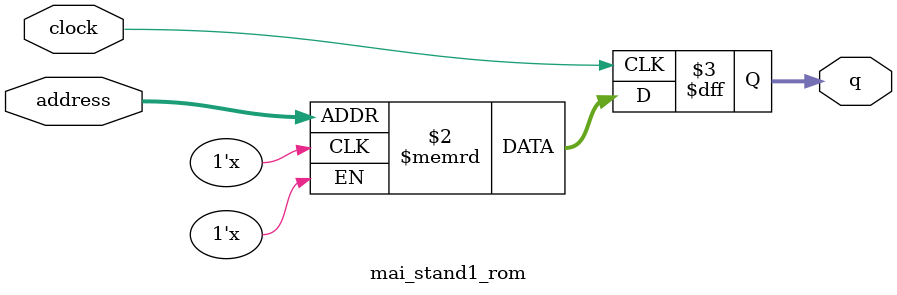
<source format=sv>
module mai_stand1_rom (
	input logic clock,
	input logic [12:0] address,
	output logic [3:0] q
);

logic [3:0] memory [0:7621] /* synthesis ram_init_file = "./mai_stand1/mai_stand1.COE" */;

always_ff @ (posedge clock) begin
	q <= memory[address];
end

endmodule

</source>
